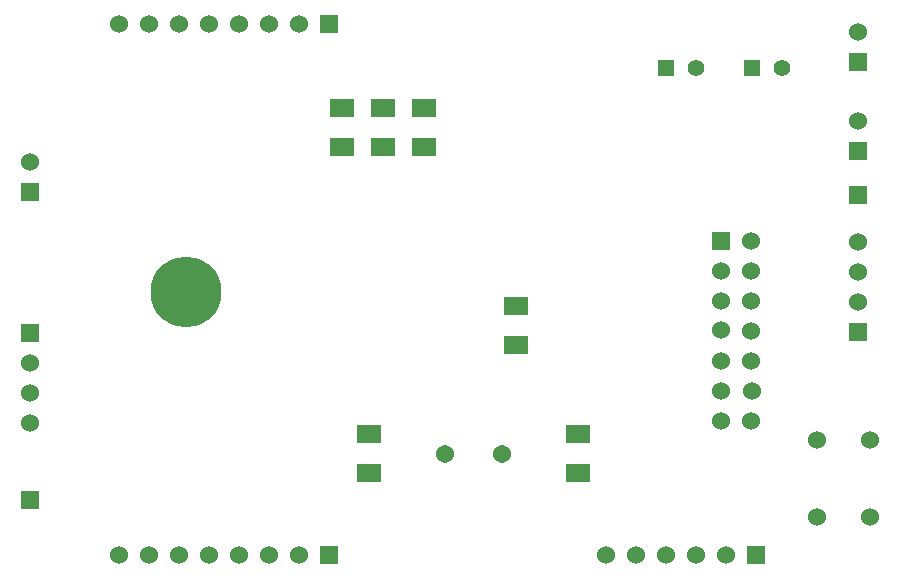
<source format=gbs>
G04 (created by PCBNEW (2013-07-07 BZR 4022)-stable) date 09/12/2014 18:13:01*
%MOIN*%
G04 Gerber Fmt 3.4, Leading zero omitted, Abs format*
%FSLAX34Y34*%
G01*
G70*
G90*
G04 APERTURE LIST*
%ADD10C,0.00590551*%
%ADD11C,0.0606299*%
%ADD12R,0.08X0.06*%
%ADD13C,0.06*%
%ADD14R,0.06X0.06*%
%ADD15R,0.055X0.055*%
%ADD16C,0.055*%
%ADD17C,0.23622*%
G04 APERTURE END LIST*
G54D10*
G54D11*
X92503Y-53700D03*
X94425Y-53700D03*
G54D12*
X90000Y-53031D03*
X90000Y-54331D03*
X90452Y-43464D03*
X90452Y-42164D03*
X89074Y-43464D03*
X89074Y-42164D03*
X96948Y-53031D03*
X96948Y-54331D03*
G54D10*
G36*
X88945Y-39070D02*
X88945Y-39670D01*
X88345Y-39670D01*
X88345Y-39070D01*
X88945Y-39070D01*
X88945Y-39070D01*
G37*
G54D13*
X87645Y-39370D03*
X86645Y-39370D03*
X85645Y-39370D03*
X84645Y-39370D03*
X83645Y-39370D03*
X82645Y-39370D03*
X81645Y-39370D03*
G54D10*
G36*
X88945Y-56786D02*
X88945Y-57386D01*
X88345Y-57386D01*
X88345Y-56786D01*
X88945Y-56786D01*
X88945Y-56786D01*
G37*
G54D13*
X87645Y-57086D03*
X86645Y-57086D03*
X85645Y-57086D03*
X84645Y-57086D03*
X83645Y-57086D03*
X82645Y-57086D03*
X81645Y-57086D03*
G54D10*
G36*
X101404Y-46306D02*
X102004Y-46306D01*
X102004Y-46906D01*
X101404Y-46906D01*
X101404Y-46306D01*
X101404Y-46306D01*
G37*
G54D13*
X102704Y-46606D03*
X101704Y-47606D03*
X102704Y-47606D03*
X101704Y-48606D03*
X102704Y-48606D03*
X101704Y-49566D03*
X102704Y-49606D03*
X101704Y-50606D03*
X102716Y-50606D03*
X101704Y-51606D03*
X102736Y-51606D03*
X101704Y-52606D03*
X102704Y-52606D03*
G54D14*
X106299Y-49629D03*
G54D13*
X106299Y-48629D03*
X106299Y-47629D03*
X106299Y-46629D03*
G54D14*
X78700Y-44988D03*
G54D13*
X78700Y-43988D03*
G54D14*
X106299Y-43610D03*
G54D13*
X106299Y-42610D03*
G54D14*
X106299Y-40657D03*
G54D13*
X106299Y-39657D03*
G54D14*
X106299Y-45078D03*
X102893Y-57086D03*
G54D13*
X101893Y-57086D03*
X100893Y-57086D03*
X99893Y-57086D03*
X98893Y-57086D03*
X97893Y-57086D03*
X104921Y-55807D03*
X104921Y-53248D03*
X106692Y-55807D03*
X106692Y-53248D03*
G54D15*
X99893Y-40846D03*
G54D16*
X100893Y-40846D03*
G54D15*
X102748Y-40846D03*
G54D16*
X103748Y-40846D03*
G54D14*
X78700Y-49681D03*
G54D13*
X78700Y-50681D03*
X78700Y-51681D03*
X78700Y-52681D03*
G54D17*
X83897Y-48307D03*
G54D14*
X78700Y-55236D03*
G54D12*
X94893Y-50083D03*
X94893Y-48783D03*
X91830Y-43464D03*
X91830Y-42164D03*
M02*

</source>
